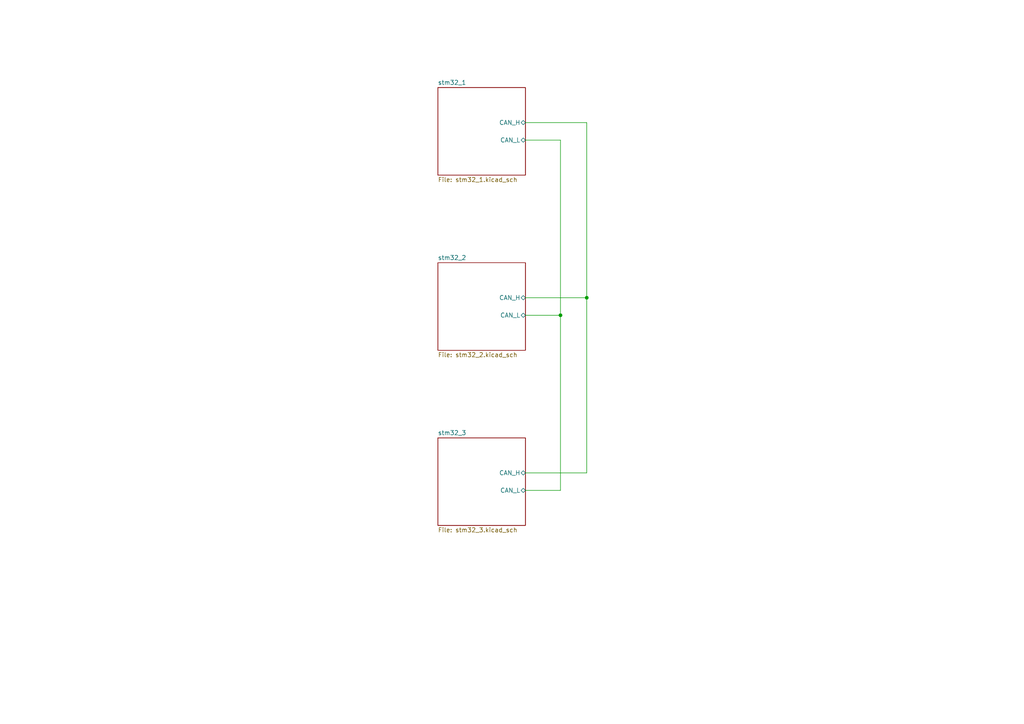
<source format=kicad_sch>
(kicad_sch (version 20211123) (generator eeschema)
  (paper "A4")
  (lib_symbols)
  (junction (at 162.56 91.44))
  (junction (at 170.18 86.36))
  (wire (pts (xy 162.56 40.64) (xy 162.56 91.44)))
  (wire (pts (xy 170.18 35.56) (xy 152.4 35.56)))
  (wire (pts (xy 162.56 91.44) (xy 152.4 91.44)))
  (wire (pts (xy 170.18 86.36) (xy 152.4 86.36)))
  (wire (pts (xy 170.18 86.36) (xy 170.18 35.56)))
  (wire (pts (xy 152.4 142.24) (xy 162.56 142.24)))
  (wire (pts (xy 152.4 40.64) (xy 162.56 40.64)))
  (wire (pts (xy 170.18 137.16) (xy 170.18 86.36)))
  (wire (pts (xy 162.56 142.24) (xy 162.56 91.44)))
  (wire (pts (xy 152.4 137.16) (xy 170.18 137.16)))
  (sheet (at 127 127) (size 25.4 25.4) (stroke (width 0.1524))
    (property "Sheet name" "stm32_3" (at 127 126.2884 0) (effects (justify left bottom)))
    (property "Sheet file" "stm32_3.kicad_sch" (at 127 152.9846 0) (effects (justify left top)))
    (pin "CAN_H" bidirectional (at 152.4 137.16 0))
    (pin "CAN_L" bidirectional (at 152.4 142.24 0))
  )
  (sheet (at 127 25.4) (size 25.4 25.4) (stroke (width 0.1524))
    (property "Sheet name" "stm32_1" (at 127 24.6884 0) (effects (justify left bottom)))
    (property "Sheet file" "stm32_1.kicad_sch" (at 127 51.3846 0) (effects (justify left top)))
    (pin "CAN_H" bidirectional (at 152.4 35.56 0))
    (pin "CAN_L" bidirectional (at 152.4 40.64 0))
  )
  (sheet (at 127 76.2) (size 25.4 25.4) (stroke (width 0.1524))
    (property "Sheet name" "stm32_2" (at 127 75.4884 0) (effects (justify left bottom)))
    (property "Sheet file" "stm32_2.kicad_sch" (at 127 102.1846 0) (effects (justify left top)))
    (pin "CAN_H" bidirectional (at 152.4 86.36 0))
    (pin "CAN_L" bidirectional (at 152.4 91.44 0))
  )
)
</source>
